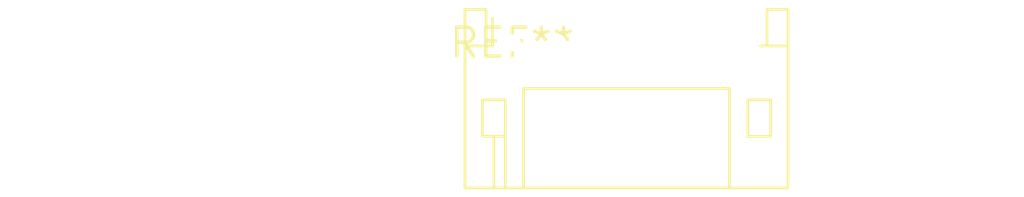
<source format=kicad_pcb>
(kicad_pcb (version 20240108) (generator pcbnew)
  (layers (0 "F.Cu" signal) (31 "B.Cu" signal) (34 "B.Paste" user) (35 "F.Paste" user) (36 "B.SilkS" user "B.Silkscreen") (37 "F.SilkS" user "F.Silkscreen") (38 "B.Mask" user) (39 "F.Mask" user) (44 "Edge.Cuts" user))
  (net 0 "")
  (footprint "JST_PH_S6B-PH-K_1x06_P2.00mm_Horizontal" (layer "F.Cu") (at 0 0)
    (property "Reference" "REF**")
    (property "Value" "JST_PH_S6B-PH-K_1x06_P2.00mm_Horizontal")
    (fp_line (start -2.06 -1.46) (end -2.06 6.36) (layer "F.SilkS") (stroke (width 0.12)))
    (fp_line (start -2.06 0.14) (end -1.14 0.14) (layer "F.SilkS") (stroke (width 0.12)))
    (fp_line (start -2.06 6.36) (end 12.06 6.36) (layer "F.SilkS") (stroke (width 0.12)))
    (fp_line (start -1.3 2.5) (end -1.3 4.1) (layer "F.SilkS") (stroke (width 0.12)))
    (fp_line (start -1.3 4.1) (end -0.3 4.1) (layer "F.SilkS") (stroke (width 0.12)))
    (fp_line (start -1.14 -1.46) (end -2.06 -1.46) (layer "F.SilkS") (stroke (width 0.12)))
    (fp_line (start -1.14 0.14) (end -1.14 -1.46) (layer "F.SilkS") (stroke (width 0.12)))
    (fp_line (start -0.86 0.14) (end -1.14 0.14) (layer "F.SilkS") (stroke (width 0.12)))
    (fp_line (start -0.86 0.14) (end -0.86 -1.075) (layer "F.SilkS") (stroke (width 0.12)))
    (fp_line (start -0.8 4.1) (end -0.8 6.36) (layer "F.SilkS") (stroke (width 0.12)))
    (fp_line (start -0.3 2.5) (end -1.3 2.5) (layer "F.SilkS") (stroke (width 0.12)))
    (fp_line (start -0.3 4.1) (end -0.3 2.5) (layer "F.SilkS") (stroke (width 0.12)))
    (fp_line (start -0.3 4.1) (end -0.3 6.36) (layer "F.SilkS") (stroke (width 0.12)))
    (fp_line (start 0.5 2) (end 9.5 2) (layer "F.SilkS") (stroke (width 0.12)))
    (fp_line (start 0.5 6.36) (end 0.5 2) (layer "F.SilkS") (stroke (width 0.12)))
    (fp_line (start 9.5 2) (end 9.5 6.36) (layer "F.SilkS") (stroke (width 0.12)))
    (fp_line (start 10.3 2.5) (end 11.3 2.5) (layer "F.SilkS") (stroke (width 0.12)))
    (fp_line (start 10.3 4.1) (end 10.3 2.5) (layer "F.SilkS") (stroke (width 0.12)))
    (fp_line (start 11.14 -1.46) (end 11.14 0.14) (layer "F.SilkS") (stroke (width 0.12)))
    (fp_line (start 11.14 0.14) (end 10.86 0.14) (layer "F.SilkS") (stroke (width 0.12)))
    (fp_line (start 11.3 2.5) (end 11.3 4.1) (layer "F.SilkS") (stroke (width 0.12)))
    (fp_line (start 11.3 4.1) (end 10.3 4.1) (layer "F.SilkS") (stroke (width 0.12)))
    (fp_line (start 12.06 -1.46) (end 11.14 -1.46) (layer "F.SilkS") (stroke (width 0.12)))
    (fp_line (start 12.06 0.14) (end 11.14 0.14) (layer "F.SilkS") (stroke (width 0.12)))
    (fp_line (start 12.06 6.36) (end 12.06 -1.46) (layer "F.SilkS") (stroke (width 0.12)))
    (pad "1" thru_hole roundrect (at 0 0) (size 1.2 1.75) (drill 0.75) (layers *.Cu *.Mask) (remove_unused_layers) (roundrect_rratio 0.208333))
    (pad "2" thru_hole oval (at 2 0) (size 1.2 1.75) (drill 0.75) (layers *.Cu *.Mask) (remove_unused_layers))
    (pad "3" thru_hole oval (at 4 0) (size 1.2 1.75) (drill 0.75) (layers *.Cu *.Mask) (remove_unused_layers))
    (pad "4" thru_hole oval (at 6 0) (size 1.2 1.75) (drill 0.75) (layers *.Cu *.Mask) (remove_unused_layers))
    (pad "5" thru_hole oval (at 8 0) (size 1.2 1.75) (drill 0.75) (layers *.Cu *.Mask) (remove_unused_layers))
    (pad "6" thru_hole oval (at 10 0) (size 1.2 1.75) (drill 0.75) (layers *.Cu *.Mask) (remove_unused_layers))
  )
)
</source>
